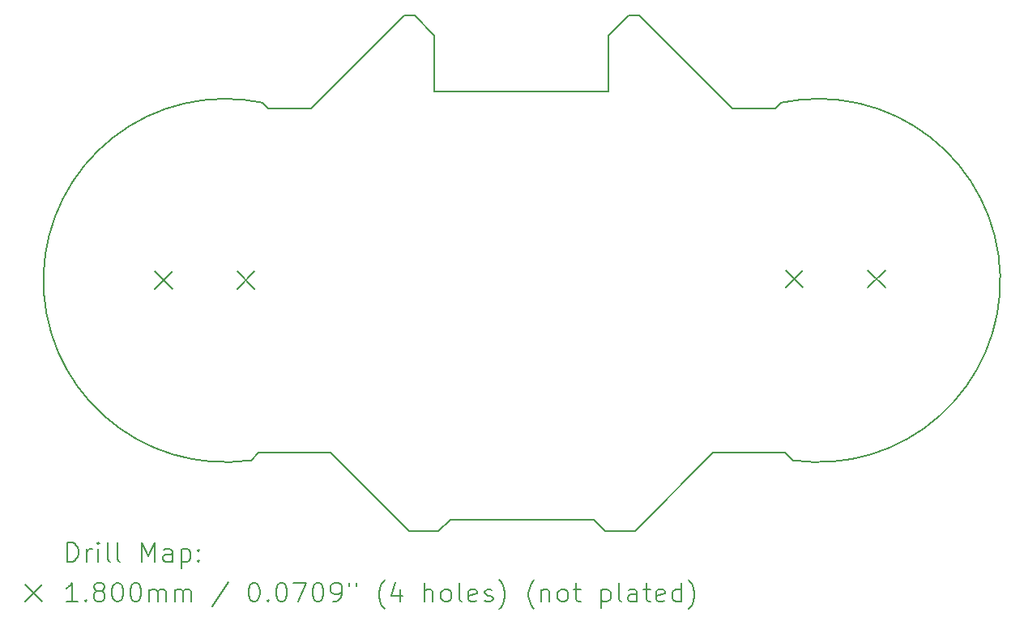
<source format=gbr>
%TF.GenerationSoftware,KiCad,Pcbnew,8.0.2*%
%TF.CreationDate,2024-07-05T22:45:18+08:00*%
%TF.ProjectId,controller,636f6e74-726f-46c6-9c65-722e6b696361,rev?*%
%TF.SameCoordinates,Original*%
%TF.FileFunction,Drillmap*%
%TF.FilePolarity,Positive*%
%FSLAX45Y45*%
G04 Gerber Fmt 4.5, Leading zero omitted, Abs format (unit mm)*
G04 Created by KiCad (PCBNEW 8.0.2) date 2024-07-05 22:45:18*
%MOMM*%
%LPD*%
G01*
G04 APERTURE LIST*
%ADD10C,0.200000*%
%ADD11C,0.180000*%
G04 APERTURE END LIST*
D10*
X13561989Y-5323001D02*
X13451991Y-5323001D01*
X11420000Y-6120000D02*
X11420000Y-5530000D01*
X13451991Y-5323001D02*
X13240000Y-5530000D01*
X15041417Y-6233582D02*
X14981996Y-6293001D01*
X11211986Y-5323001D02*
X11101991Y-5323001D01*
X14531989Y-6293001D02*
X13561989Y-5323001D01*
X9501145Y-9973842D02*
X9501151Y-9973841D01*
X11461994Y-10713008D02*
X11581986Y-10593001D01*
X13081991Y-10593001D02*
X13201996Y-10713008D01*
X9501145Y-9973842D02*
G75*
G02*
X9622568Y-6233575I-269145J1880842D01*
G01*
X15041422Y-6233575D02*
X15041417Y-6233582D01*
X14332001Y-9893001D02*
X15081996Y-9893001D01*
X11420000Y-5530000D02*
X11211986Y-5323001D01*
X11581986Y-10593001D02*
X12331996Y-10593001D01*
X13201996Y-10713008D02*
X13511994Y-10713008D01*
X9501143Y-9973844D02*
X9501145Y-9973842D01*
X12331996Y-10593001D02*
X13081991Y-10593001D01*
X14981996Y-6293001D02*
X14531989Y-6293001D01*
X11151984Y-10713008D02*
X11461994Y-10713008D01*
X9581981Y-9893001D02*
X10331989Y-9893001D01*
X15081996Y-9893001D02*
X15162834Y-9973841D01*
X9681981Y-6293001D02*
X9622563Y-6233582D01*
X15041422Y-6233575D02*
G75*
G02*
X15162833Y-9973841I390582J-1859425D01*
G01*
X10331989Y-9893001D02*
X11151984Y-10713008D01*
X13511994Y-10713008D02*
X14332001Y-9893001D01*
X9622563Y-6233582D02*
X9622568Y-6233575D01*
X13240000Y-6120000D02*
X11420000Y-6120000D01*
X9501151Y-9973841D02*
X9501143Y-9973844D01*
X11101991Y-5323001D02*
X10131989Y-6293001D01*
X10131989Y-6293001D02*
X9681981Y-6293001D01*
X9501145Y-9973842D02*
X9581981Y-9893001D01*
X13240000Y-5530000D02*
X13240000Y-6120000D01*
D11*
X8498100Y-7999200D02*
X8678100Y-8179200D01*
X8678100Y-7999200D02*
X8498100Y-8179200D01*
X9358100Y-7999200D02*
X9538100Y-8179200D01*
X9538100Y-7999200D02*
X9358100Y-8179200D01*
X15088100Y-7989200D02*
X15268100Y-8169200D01*
X15268100Y-7989200D02*
X15088100Y-8169200D01*
X15948100Y-7989200D02*
X16128100Y-8169200D01*
X16128100Y-7989200D02*
X15948100Y-8169200D01*
D10*
X7582775Y-11034492D02*
X7582775Y-10834492D01*
X7582775Y-10834492D02*
X7630394Y-10834492D01*
X7630394Y-10834492D02*
X7658966Y-10844016D01*
X7658966Y-10844016D02*
X7678013Y-10863063D01*
X7678013Y-10863063D02*
X7687537Y-10882111D01*
X7687537Y-10882111D02*
X7697061Y-10920206D01*
X7697061Y-10920206D02*
X7697061Y-10948778D01*
X7697061Y-10948778D02*
X7687537Y-10986873D01*
X7687537Y-10986873D02*
X7678013Y-11005921D01*
X7678013Y-11005921D02*
X7658966Y-11024968D01*
X7658966Y-11024968D02*
X7630394Y-11034492D01*
X7630394Y-11034492D02*
X7582775Y-11034492D01*
X7782775Y-11034492D02*
X7782775Y-10901159D01*
X7782775Y-10939254D02*
X7792299Y-10920206D01*
X7792299Y-10920206D02*
X7801823Y-10910682D01*
X7801823Y-10910682D02*
X7820871Y-10901159D01*
X7820871Y-10901159D02*
X7839918Y-10901159D01*
X7906585Y-11034492D02*
X7906585Y-10901159D01*
X7906585Y-10834492D02*
X7897061Y-10844016D01*
X7897061Y-10844016D02*
X7906585Y-10853540D01*
X7906585Y-10853540D02*
X7916109Y-10844016D01*
X7916109Y-10844016D02*
X7906585Y-10834492D01*
X7906585Y-10834492D02*
X7906585Y-10853540D01*
X8030394Y-11034492D02*
X8011347Y-11024968D01*
X8011347Y-11024968D02*
X8001823Y-11005921D01*
X8001823Y-11005921D02*
X8001823Y-10834492D01*
X8135156Y-11034492D02*
X8116109Y-11024968D01*
X8116109Y-11024968D02*
X8106585Y-11005921D01*
X8106585Y-11005921D02*
X8106585Y-10834492D01*
X8363728Y-11034492D02*
X8363728Y-10834492D01*
X8363728Y-10834492D02*
X8430395Y-10977349D01*
X8430395Y-10977349D02*
X8497061Y-10834492D01*
X8497061Y-10834492D02*
X8497061Y-11034492D01*
X8678014Y-11034492D02*
X8678014Y-10929730D01*
X8678014Y-10929730D02*
X8668490Y-10910682D01*
X8668490Y-10910682D02*
X8649442Y-10901159D01*
X8649442Y-10901159D02*
X8611347Y-10901159D01*
X8611347Y-10901159D02*
X8592299Y-10910682D01*
X8678014Y-11024968D02*
X8658966Y-11034492D01*
X8658966Y-11034492D02*
X8611347Y-11034492D01*
X8611347Y-11034492D02*
X8592299Y-11024968D01*
X8592299Y-11024968D02*
X8582775Y-11005921D01*
X8582775Y-11005921D02*
X8582775Y-10986873D01*
X8582775Y-10986873D02*
X8592299Y-10967825D01*
X8592299Y-10967825D02*
X8611347Y-10958302D01*
X8611347Y-10958302D02*
X8658966Y-10958302D01*
X8658966Y-10958302D02*
X8678014Y-10948778D01*
X8773252Y-10901159D02*
X8773252Y-11101159D01*
X8773252Y-10910682D02*
X8792299Y-10901159D01*
X8792299Y-10901159D02*
X8830395Y-10901159D01*
X8830395Y-10901159D02*
X8849442Y-10910682D01*
X8849442Y-10910682D02*
X8858966Y-10920206D01*
X8858966Y-10920206D02*
X8868490Y-10939254D01*
X8868490Y-10939254D02*
X8868490Y-10996397D01*
X8868490Y-10996397D02*
X8858966Y-11015444D01*
X8858966Y-11015444D02*
X8849442Y-11024968D01*
X8849442Y-11024968D02*
X8830395Y-11034492D01*
X8830395Y-11034492D02*
X8792299Y-11034492D01*
X8792299Y-11034492D02*
X8773252Y-11024968D01*
X8954204Y-11015444D02*
X8963728Y-11024968D01*
X8963728Y-11024968D02*
X8954204Y-11034492D01*
X8954204Y-11034492D02*
X8944680Y-11024968D01*
X8944680Y-11024968D02*
X8954204Y-11015444D01*
X8954204Y-11015444D02*
X8954204Y-11034492D01*
X8954204Y-10910682D02*
X8963728Y-10920206D01*
X8963728Y-10920206D02*
X8954204Y-10929730D01*
X8954204Y-10929730D02*
X8944680Y-10920206D01*
X8944680Y-10920206D02*
X8954204Y-10910682D01*
X8954204Y-10910682D02*
X8954204Y-10929730D01*
D11*
X7141999Y-11273008D02*
X7321999Y-11453008D01*
X7321999Y-11273008D02*
X7141999Y-11453008D01*
D10*
X7687537Y-11454492D02*
X7573252Y-11454492D01*
X7630394Y-11454492D02*
X7630394Y-11254492D01*
X7630394Y-11254492D02*
X7611347Y-11283063D01*
X7611347Y-11283063D02*
X7592299Y-11302111D01*
X7592299Y-11302111D02*
X7573252Y-11311635D01*
X7773252Y-11435444D02*
X7782775Y-11444968D01*
X7782775Y-11444968D02*
X7773252Y-11454492D01*
X7773252Y-11454492D02*
X7763728Y-11444968D01*
X7763728Y-11444968D02*
X7773252Y-11435444D01*
X7773252Y-11435444D02*
X7773252Y-11454492D01*
X7897061Y-11340206D02*
X7878013Y-11330682D01*
X7878013Y-11330682D02*
X7868490Y-11321159D01*
X7868490Y-11321159D02*
X7858966Y-11302111D01*
X7858966Y-11302111D02*
X7858966Y-11292587D01*
X7858966Y-11292587D02*
X7868490Y-11273540D01*
X7868490Y-11273540D02*
X7878013Y-11264016D01*
X7878013Y-11264016D02*
X7897061Y-11254492D01*
X7897061Y-11254492D02*
X7935156Y-11254492D01*
X7935156Y-11254492D02*
X7954204Y-11264016D01*
X7954204Y-11264016D02*
X7963728Y-11273540D01*
X7963728Y-11273540D02*
X7973252Y-11292587D01*
X7973252Y-11292587D02*
X7973252Y-11302111D01*
X7973252Y-11302111D02*
X7963728Y-11321159D01*
X7963728Y-11321159D02*
X7954204Y-11330682D01*
X7954204Y-11330682D02*
X7935156Y-11340206D01*
X7935156Y-11340206D02*
X7897061Y-11340206D01*
X7897061Y-11340206D02*
X7878013Y-11349730D01*
X7878013Y-11349730D02*
X7868490Y-11359254D01*
X7868490Y-11359254D02*
X7858966Y-11378301D01*
X7858966Y-11378301D02*
X7858966Y-11416397D01*
X7858966Y-11416397D02*
X7868490Y-11435444D01*
X7868490Y-11435444D02*
X7878013Y-11444968D01*
X7878013Y-11444968D02*
X7897061Y-11454492D01*
X7897061Y-11454492D02*
X7935156Y-11454492D01*
X7935156Y-11454492D02*
X7954204Y-11444968D01*
X7954204Y-11444968D02*
X7963728Y-11435444D01*
X7963728Y-11435444D02*
X7973252Y-11416397D01*
X7973252Y-11416397D02*
X7973252Y-11378301D01*
X7973252Y-11378301D02*
X7963728Y-11359254D01*
X7963728Y-11359254D02*
X7954204Y-11349730D01*
X7954204Y-11349730D02*
X7935156Y-11340206D01*
X8097061Y-11254492D02*
X8116109Y-11254492D01*
X8116109Y-11254492D02*
X8135156Y-11264016D01*
X8135156Y-11264016D02*
X8144680Y-11273540D01*
X8144680Y-11273540D02*
X8154204Y-11292587D01*
X8154204Y-11292587D02*
X8163728Y-11330682D01*
X8163728Y-11330682D02*
X8163728Y-11378301D01*
X8163728Y-11378301D02*
X8154204Y-11416397D01*
X8154204Y-11416397D02*
X8144680Y-11435444D01*
X8144680Y-11435444D02*
X8135156Y-11444968D01*
X8135156Y-11444968D02*
X8116109Y-11454492D01*
X8116109Y-11454492D02*
X8097061Y-11454492D01*
X8097061Y-11454492D02*
X8078013Y-11444968D01*
X8078013Y-11444968D02*
X8068490Y-11435444D01*
X8068490Y-11435444D02*
X8058966Y-11416397D01*
X8058966Y-11416397D02*
X8049442Y-11378301D01*
X8049442Y-11378301D02*
X8049442Y-11330682D01*
X8049442Y-11330682D02*
X8058966Y-11292587D01*
X8058966Y-11292587D02*
X8068490Y-11273540D01*
X8068490Y-11273540D02*
X8078013Y-11264016D01*
X8078013Y-11264016D02*
X8097061Y-11254492D01*
X8287537Y-11254492D02*
X8306585Y-11254492D01*
X8306585Y-11254492D02*
X8325633Y-11264016D01*
X8325633Y-11264016D02*
X8335156Y-11273540D01*
X8335156Y-11273540D02*
X8344680Y-11292587D01*
X8344680Y-11292587D02*
X8354204Y-11330682D01*
X8354204Y-11330682D02*
X8354204Y-11378301D01*
X8354204Y-11378301D02*
X8344680Y-11416397D01*
X8344680Y-11416397D02*
X8335156Y-11435444D01*
X8335156Y-11435444D02*
X8325633Y-11444968D01*
X8325633Y-11444968D02*
X8306585Y-11454492D01*
X8306585Y-11454492D02*
X8287537Y-11454492D01*
X8287537Y-11454492D02*
X8268490Y-11444968D01*
X8268490Y-11444968D02*
X8258966Y-11435444D01*
X8258966Y-11435444D02*
X8249442Y-11416397D01*
X8249442Y-11416397D02*
X8239918Y-11378301D01*
X8239918Y-11378301D02*
X8239918Y-11330682D01*
X8239918Y-11330682D02*
X8249442Y-11292587D01*
X8249442Y-11292587D02*
X8258966Y-11273540D01*
X8258966Y-11273540D02*
X8268490Y-11264016D01*
X8268490Y-11264016D02*
X8287537Y-11254492D01*
X8439918Y-11454492D02*
X8439918Y-11321159D01*
X8439918Y-11340206D02*
X8449442Y-11330682D01*
X8449442Y-11330682D02*
X8468490Y-11321159D01*
X8468490Y-11321159D02*
X8497061Y-11321159D01*
X8497061Y-11321159D02*
X8516109Y-11330682D01*
X8516109Y-11330682D02*
X8525633Y-11349730D01*
X8525633Y-11349730D02*
X8525633Y-11454492D01*
X8525633Y-11349730D02*
X8535156Y-11330682D01*
X8535156Y-11330682D02*
X8554204Y-11321159D01*
X8554204Y-11321159D02*
X8582775Y-11321159D01*
X8582775Y-11321159D02*
X8601823Y-11330682D01*
X8601823Y-11330682D02*
X8611347Y-11349730D01*
X8611347Y-11349730D02*
X8611347Y-11454492D01*
X8706585Y-11454492D02*
X8706585Y-11321159D01*
X8706585Y-11340206D02*
X8716109Y-11330682D01*
X8716109Y-11330682D02*
X8735156Y-11321159D01*
X8735156Y-11321159D02*
X8763728Y-11321159D01*
X8763728Y-11321159D02*
X8782776Y-11330682D01*
X8782776Y-11330682D02*
X8792299Y-11349730D01*
X8792299Y-11349730D02*
X8792299Y-11454492D01*
X8792299Y-11349730D02*
X8801823Y-11330682D01*
X8801823Y-11330682D02*
X8820871Y-11321159D01*
X8820871Y-11321159D02*
X8849442Y-11321159D01*
X8849442Y-11321159D02*
X8868490Y-11330682D01*
X8868490Y-11330682D02*
X8878014Y-11349730D01*
X8878014Y-11349730D02*
X8878014Y-11454492D01*
X9268490Y-11244968D02*
X9097061Y-11502111D01*
X9525633Y-11254492D02*
X9544680Y-11254492D01*
X9544680Y-11254492D02*
X9563728Y-11264016D01*
X9563728Y-11264016D02*
X9573252Y-11273540D01*
X9573252Y-11273540D02*
X9582776Y-11292587D01*
X9582776Y-11292587D02*
X9592299Y-11330682D01*
X9592299Y-11330682D02*
X9592299Y-11378301D01*
X9592299Y-11378301D02*
X9582776Y-11416397D01*
X9582776Y-11416397D02*
X9573252Y-11435444D01*
X9573252Y-11435444D02*
X9563728Y-11444968D01*
X9563728Y-11444968D02*
X9544680Y-11454492D01*
X9544680Y-11454492D02*
X9525633Y-11454492D01*
X9525633Y-11454492D02*
X9506585Y-11444968D01*
X9506585Y-11444968D02*
X9497061Y-11435444D01*
X9497061Y-11435444D02*
X9487538Y-11416397D01*
X9487538Y-11416397D02*
X9478014Y-11378301D01*
X9478014Y-11378301D02*
X9478014Y-11330682D01*
X9478014Y-11330682D02*
X9487538Y-11292587D01*
X9487538Y-11292587D02*
X9497061Y-11273540D01*
X9497061Y-11273540D02*
X9506585Y-11264016D01*
X9506585Y-11264016D02*
X9525633Y-11254492D01*
X9678014Y-11435444D02*
X9687538Y-11444968D01*
X9687538Y-11444968D02*
X9678014Y-11454492D01*
X9678014Y-11454492D02*
X9668490Y-11444968D01*
X9668490Y-11444968D02*
X9678014Y-11435444D01*
X9678014Y-11435444D02*
X9678014Y-11454492D01*
X9811347Y-11254492D02*
X9830395Y-11254492D01*
X9830395Y-11254492D02*
X9849442Y-11264016D01*
X9849442Y-11264016D02*
X9858966Y-11273540D01*
X9858966Y-11273540D02*
X9868490Y-11292587D01*
X9868490Y-11292587D02*
X9878014Y-11330682D01*
X9878014Y-11330682D02*
X9878014Y-11378301D01*
X9878014Y-11378301D02*
X9868490Y-11416397D01*
X9868490Y-11416397D02*
X9858966Y-11435444D01*
X9858966Y-11435444D02*
X9849442Y-11444968D01*
X9849442Y-11444968D02*
X9830395Y-11454492D01*
X9830395Y-11454492D02*
X9811347Y-11454492D01*
X9811347Y-11454492D02*
X9792299Y-11444968D01*
X9792299Y-11444968D02*
X9782776Y-11435444D01*
X9782776Y-11435444D02*
X9773252Y-11416397D01*
X9773252Y-11416397D02*
X9763728Y-11378301D01*
X9763728Y-11378301D02*
X9763728Y-11330682D01*
X9763728Y-11330682D02*
X9773252Y-11292587D01*
X9773252Y-11292587D02*
X9782776Y-11273540D01*
X9782776Y-11273540D02*
X9792299Y-11264016D01*
X9792299Y-11264016D02*
X9811347Y-11254492D01*
X9944680Y-11254492D02*
X10078014Y-11254492D01*
X10078014Y-11254492D02*
X9992299Y-11454492D01*
X10192299Y-11254492D02*
X10211347Y-11254492D01*
X10211347Y-11254492D02*
X10230395Y-11264016D01*
X10230395Y-11264016D02*
X10239919Y-11273540D01*
X10239919Y-11273540D02*
X10249442Y-11292587D01*
X10249442Y-11292587D02*
X10258966Y-11330682D01*
X10258966Y-11330682D02*
X10258966Y-11378301D01*
X10258966Y-11378301D02*
X10249442Y-11416397D01*
X10249442Y-11416397D02*
X10239919Y-11435444D01*
X10239919Y-11435444D02*
X10230395Y-11444968D01*
X10230395Y-11444968D02*
X10211347Y-11454492D01*
X10211347Y-11454492D02*
X10192299Y-11454492D01*
X10192299Y-11454492D02*
X10173252Y-11444968D01*
X10173252Y-11444968D02*
X10163728Y-11435444D01*
X10163728Y-11435444D02*
X10154204Y-11416397D01*
X10154204Y-11416397D02*
X10144680Y-11378301D01*
X10144680Y-11378301D02*
X10144680Y-11330682D01*
X10144680Y-11330682D02*
X10154204Y-11292587D01*
X10154204Y-11292587D02*
X10163728Y-11273540D01*
X10163728Y-11273540D02*
X10173252Y-11264016D01*
X10173252Y-11264016D02*
X10192299Y-11254492D01*
X10354204Y-11454492D02*
X10392299Y-11454492D01*
X10392299Y-11454492D02*
X10411347Y-11444968D01*
X10411347Y-11444968D02*
X10420871Y-11435444D01*
X10420871Y-11435444D02*
X10439919Y-11406873D01*
X10439919Y-11406873D02*
X10449442Y-11368778D01*
X10449442Y-11368778D02*
X10449442Y-11292587D01*
X10449442Y-11292587D02*
X10439919Y-11273540D01*
X10439919Y-11273540D02*
X10430395Y-11264016D01*
X10430395Y-11264016D02*
X10411347Y-11254492D01*
X10411347Y-11254492D02*
X10373252Y-11254492D01*
X10373252Y-11254492D02*
X10354204Y-11264016D01*
X10354204Y-11264016D02*
X10344680Y-11273540D01*
X10344680Y-11273540D02*
X10335157Y-11292587D01*
X10335157Y-11292587D02*
X10335157Y-11340206D01*
X10335157Y-11340206D02*
X10344680Y-11359254D01*
X10344680Y-11359254D02*
X10354204Y-11368778D01*
X10354204Y-11368778D02*
X10373252Y-11378301D01*
X10373252Y-11378301D02*
X10411347Y-11378301D01*
X10411347Y-11378301D02*
X10430395Y-11368778D01*
X10430395Y-11368778D02*
X10439919Y-11359254D01*
X10439919Y-11359254D02*
X10449442Y-11340206D01*
X10525633Y-11254492D02*
X10525633Y-11292587D01*
X10601823Y-11254492D02*
X10601823Y-11292587D01*
X10897062Y-11530682D02*
X10887538Y-11521159D01*
X10887538Y-11521159D02*
X10868490Y-11492587D01*
X10868490Y-11492587D02*
X10858966Y-11473540D01*
X10858966Y-11473540D02*
X10849442Y-11444968D01*
X10849442Y-11444968D02*
X10839919Y-11397349D01*
X10839919Y-11397349D02*
X10839919Y-11359254D01*
X10839919Y-11359254D02*
X10849442Y-11311635D01*
X10849442Y-11311635D02*
X10858966Y-11283063D01*
X10858966Y-11283063D02*
X10868490Y-11264016D01*
X10868490Y-11264016D02*
X10887538Y-11235444D01*
X10887538Y-11235444D02*
X10897062Y-11225920D01*
X11058966Y-11321159D02*
X11058966Y-11454492D01*
X11011347Y-11244968D02*
X10963728Y-11387825D01*
X10963728Y-11387825D02*
X11087538Y-11387825D01*
X11316109Y-11454492D02*
X11316109Y-11254492D01*
X11401823Y-11454492D02*
X11401823Y-11349730D01*
X11401823Y-11349730D02*
X11392300Y-11330682D01*
X11392300Y-11330682D02*
X11373252Y-11321159D01*
X11373252Y-11321159D02*
X11344680Y-11321159D01*
X11344680Y-11321159D02*
X11325633Y-11330682D01*
X11325633Y-11330682D02*
X11316109Y-11340206D01*
X11525633Y-11454492D02*
X11506585Y-11444968D01*
X11506585Y-11444968D02*
X11497061Y-11435444D01*
X11497061Y-11435444D02*
X11487538Y-11416397D01*
X11487538Y-11416397D02*
X11487538Y-11359254D01*
X11487538Y-11359254D02*
X11497061Y-11340206D01*
X11497061Y-11340206D02*
X11506585Y-11330682D01*
X11506585Y-11330682D02*
X11525633Y-11321159D01*
X11525633Y-11321159D02*
X11554204Y-11321159D01*
X11554204Y-11321159D02*
X11573252Y-11330682D01*
X11573252Y-11330682D02*
X11582776Y-11340206D01*
X11582776Y-11340206D02*
X11592300Y-11359254D01*
X11592300Y-11359254D02*
X11592300Y-11416397D01*
X11592300Y-11416397D02*
X11582776Y-11435444D01*
X11582776Y-11435444D02*
X11573252Y-11444968D01*
X11573252Y-11444968D02*
X11554204Y-11454492D01*
X11554204Y-11454492D02*
X11525633Y-11454492D01*
X11706585Y-11454492D02*
X11687538Y-11444968D01*
X11687538Y-11444968D02*
X11678014Y-11425920D01*
X11678014Y-11425920D02*
X11678014Y-11254492D01*
X11858966Y-11444968D02*
X11839919Y-11454492D01*
X11839919Y-11454492D02*
X11801823Y-11454492D01*
X11801823Y-11454492D02*
X11782776Y-11444968D01*
X11782776Y-11444968D02*
X11773252Y-11425920D01*
X11773252Y-11425920D02*
X11773252Y-11349730D01*
X11773252Y-11349730D02*
X11782776Y-11330682D01*
X11782776Y-11330682D02*
X11801823Y-11321159D01*
X11801823Y-11321159D02*
X11839919Y-11321159D01*
X11839919Y-11321159D02*
X11858966Y-11330682D01*
X11858966Y-11330682D02*
X11868490Y-11349730D01*
X11868490Y-11349730D02*
X11868490Y-11368778D01*
X11868490Y-11368778D02*
X11773252Y-11387825D01*
X11944681Y-11444968D02*
X11963728Y-11454492D01*
X11963728Y-11454492D02*
X12001823Y-11454492D01*
X12001823Y-11454492D02*
X12020871Y-11444968D01*
X12020871Y-11444968D02*
X12030395Y-11425920D01*
X12030395Y-11425920D02*
X12030395Y-11416397D01*
X12030395Y-11416397D02*
X12020871Y-11397349D01*
X12020871Y-11397349D02*
X12001823Y-11387825D01*
X12001823Y-11387825D02*
X11973252Y-11387825D01*
X11973252Y-11387825D02*
X11954204Y-11378301D01*
X11954204Y-11378301D02*
X11944681Y-11359254D01*
X11944681Y-11359254D02*
X11944681Y-11349730D01*
X11944681Y-11349730D02*
X11954204Y-11330682D01*
X11954204Y-11330682D02*
X11973252Y-11321159D01*
X11973252Y-11321159D02*
X12001823Y-11321159D01*
X12001823Y-11321159D02*
X12020871Y-11330682D01*
X12097062Y-11530682D02*
X12106585Y-11521159D01*
X12106585Y-11521159D02*
X12125633Y-11492587D01*
X12125633Y-11492587D02*
X12135157Y-11473540D01*
X12135157Y-11473540D02*
X12144681Y-11444968D01*
X12144681Y-11444968D02*
X12154204Y-11397349D01*
X12154204Y-11397349D02*
X12154204Y-11359254D01*
X12154204Y-11359254D02*
X12144681Y-11311635D01*
X12144681Y-11311635D02*
X12135157Y-11283063D01*
X12135157Y-11283063D02*
X12125633Y-11264016D01*
X12125633Y-11264016D02*
X12106585Y-11235444D01*
X12106585Y-11235444D02*
X12097062Y-11225920D01*
X12458966Y-11530682D02*
X12449442Y-11521159D01*
X12449442Y-11521159D02*
X12430395Y-11492587D01*
X12430395Y-11492587D02*
X12420871Y-11473540D01*
X12420871Y-11473540D02*
X12411347Y-11444968D01*
X12411347Y-11444968D02*
X12401823Y-11397349D01*
X12401823Y-11397349D02*
X12401823Y-11359254D01*
X12401823Y-11359254D02*
X12411347Y-11311635D01*
X12411347Y-11311635D02*
X12420871Y-11283063D01*
X12420871Y-11283063D02*
X12430395Y-11264016D01*
X12430395Y-11264016D02*
X12449442Y-11235444D01*
X12449442Y-11235444D02*
X12458966Y-11225920D01*
X12535157Y-11321159D02*
X12535157Y-11454492D01*
X12535157Y-11340206D02*
X12544681Y-11330682D01*
X12544681Y-11330682D02*
X12563728Y-11321159D01*
X12563728Y-11321159D02*
X12592300Y-11321159D01*
X12592300Y-11321159D02*
X12611347Y-11330682D01*
X12611347Y-11330682D02*
X12620871Y-11349730D01*
X12620871Y-11349730D02*
X12620871Y-11454492D01*
X12744681Y-11454492D02*
X12725633Y-11444968D01*
X12725633Y-11444968D02*
X12716109Y-11435444D01*
X12716109Y-11435444D02*
X12706585Y-11416397D01*
X12706585Y-11416397D02*
X12706585Y-11359254D01*
X12706585Y-11359254D02*
X12716109Y-11340206D01*
X12716109Y-11340206D02*
X12725633Y-11330682D01*
X12725633Y-11330682D02*
X12744681Y-11321159D01*
X12744681Y-11321159D02*
X12773252Y-11321159D01*
X12773252Y-11321159D02*
X12792300Y-11330682D01*
X12792300Y-11330682D02*
X12801823Y-11340206D01*
X12801823Y-11340206D02*
X12811347Y-11359254D01*
X12811347Y-11359254D02*
X12811347Y-11416397D01*
X12811347Y-11416397D02*
X12801823Y-11435444D01*
X12801823Y-11435444D02*
X12792300Y-11444968D01*
X12792300Y-11444968D02*
X12773252Y-11454492D01*
X12773252Y-11454492D02*
X12744681Y-11454492D01*
X12868490Y-11321159D02*
X12944681Y-11321159D01*
X12897062Y-11254492D02*
X12897062Y-11425920D01*
X12897062Y-11425920D02*
X12906585Y-11444968D01*
X12906585Y-11444968D02*
X12925633Y-11454492D01*
X12925633Y-11454492D02*
X12944681Y-11454492D01*
X13163728Y-11321159D02*
X13163728Y-11521159D01*
X13163728Y-11330682D02*
X13182776Y-11321159D01*
X13182776Y-11321159D02*
X13220871Y-11321159D01*
X13220871Y-11321159D02*
X13239919Y-11330682D01*
X13239919Y-11330682D02*
X13249443Y-11340206D01*
X13249443Y-11340206D02*
X13258966Y-11359254D01*
X13258966Y-11359254D02*
X13258966Y-11416397D01*
X13258966Y-11416397D02*
X13249443Y-11435444D01*
X13249443Y-11435444D02*
X13239919Y-11444968D01*
X13239919Y-11444968D02*
X13220871Y-11454492D01*
X13220871Y-11454492D02*
X13182776Y-11454492D01*
X13182776Y-11454492D02*
X13163728Y-11444968D01*
X13373252Y-11454492D02*
X13354204Y-11444968D01*
X13354204Y-11444968D02*
X13344681Y-11425920D01*
X13344681Y-11425920D02*
X13344681Y-11254492D01*
X13535157Y-11454492D02*
X13535157Y-11349730D01*
X13535157Y-11349730D02*
X13525633Y-11330682D01*
X13525633Y-11330682D02*
X13506585Y-11321159D01*
X13506585Y-11321159D02*
X13468490Y-11321159D01*
X13468490Y-11321159D02*
X13449443Y-11330682D01*
X13535157Y-11444968D02*
X13516109Y-11454492D01*
X13516109Y-11454492D02*
X13468490Y-11454492D01*
X13468490Y-11454492D02*
X13449443Y-11444968D01*
X13449443Y-11444968D02*
X13439919Y-11425920D01*
X13439919Y-11425920D02*
X13439919Y-11406873D01*
X13439919Y-11406873D02*
X13449443Y-11387825D01*
X13449443Y-11387825D02*
X13468490Y-11378301D01*
X13468490Y-11378301D02*
X13516109Y-11378301D01*
X13516109Y-11378301D02*
X13535157Y-11368778D01*
X13601824Y-11321159D02*
X13678014Y-11321159D01*
X13630395Y-11254492D02*
X13630395Y-11425920D01*
X13630395Y-11425920D02*
X13639919Y-11444968D01*
X13639919Y-11444968D02*
X13658966Y-11454492D01*
X13658966Y-11454492D02*
X13678014Y-11454492D01*
X13820871Y-11444968D02*
X13801824Y-11454492D01*
X13801824Y-11454492D02*
X13763728Y-11454492D01*
X13763728Y-11454492D02*
X13744681Y-11444968D01*
X13744681Y-11444968D02*
X13735157Y-11425920D01*
X13735157Y-11425920D02*
X13735157Y-11349730D01*
X13735157Y-11349730D02*
X13744681Y-11330682D01*
X13744681Y-11330682D02*
X13763728Y-11321159D01*
X13763728Y-11321159D02*
X13801824Y-11321159D01*
X13801824Y-11321159D02*
X13820871Y-11330682D01*
X13820871Y-11330682D02*
X13830395Y-11349730D01*
X13830395Y-11349730D02*
X13830395Y-11368778D01*
X13830395Y-11368778D02*
X13735157Y-11387825D01*
X14001824Y-11454492D02*
X14001824Y-11254492D01*
X14001824Y-11444968D02*
X13982776Y-11454492D01*
X13982776Y-11454492D02*
X13944681Y-11454492D01*
X13944681Y-11454492D02*
X13925633Y-11444968D01*
X13925633Y-11444968D02*
X13916109Y-11435444D01*
X13916109Y-11435444D02*
X13906585Y-11416397D01*
X13906585Y-11416397D02*
X13906585Y-11359254D01*
X13906585Y-11359254D02*
X13916109Y-11340206D01*
X13916109Y-11340206D02*
X13925633Y-11330682D01*
X13925633Y-11330682D02*
X13944681Y-11321159D01*
X13944681Y-11321159D02*
X13982776Y-11321159D01*
X13982776Y-11321159D02*
X14001824Y-11330682D01*
X14078014Y-11530682D02*
X14087538Y-11521159D01*
X14087538Y-11521159D02*
X14106585Y-11492587D01*
X14106585Y-11492587D02*
X14116109Y-11473540D01*
X14116109Y-11473540D02*
X14125633Y-11444968D01*
X14125633Y-11444968D02*
X14135157Y-11397349D01*
X14135157Y-11397349D02*
X14135157Y-11359254D01*
X14135157Y-11359254D02*
X14125633Y-11311635D01*
X14125633Y-11311635D02*
X14116109Y-11283063D01*
X14116109Y-11283063D02*
X14106585Y-11264016D01*
X14106585Y-11264016D02*
X14087538Y-11235444D01*
X14087538Y-11235444D02*
X14078014Y-11225920D01*
M02*

</source>
